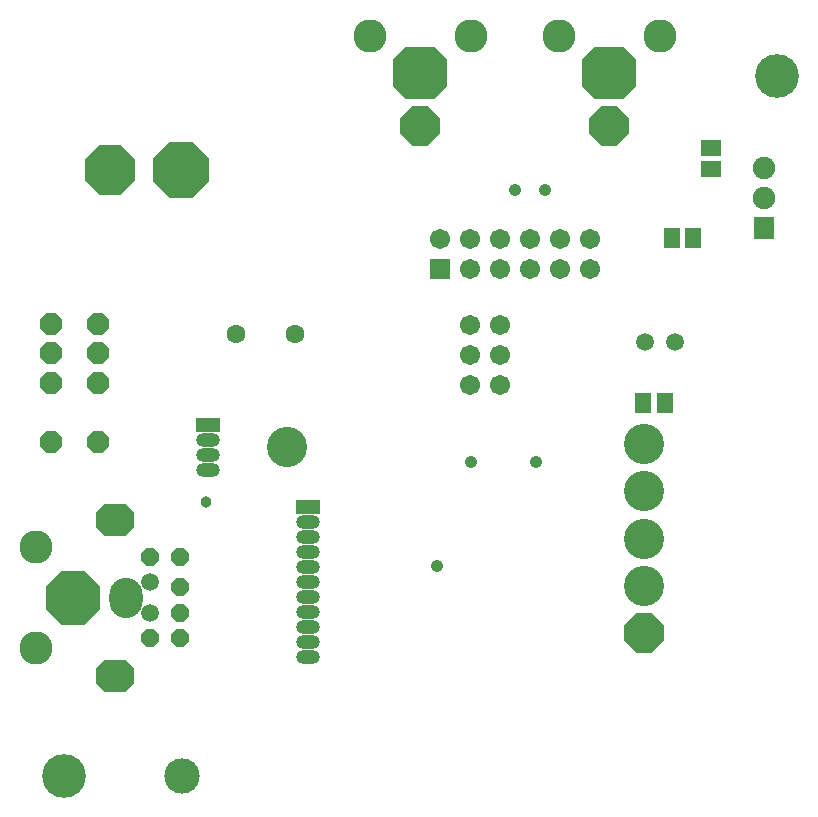
<source format=gbs>
G04 Layer_Color=5514966*
%FSLAX24Y24*%
%MOIN*%
G70*
G01*
G75*
%ADD54R,0.0533X0.0651*%
%ADD55P,0.1408X8X112.5*%
%ADD56C,0.1340*%
%ADD57C,0.0671*%
%ADD58P,0.1408X8X202.5*%
G04:AMPARAMS|DCode=59|XSize=173.4mil|YSize=181.2mil|CornerRadius=0mil|HoleSize=0mil|Usage=FLASHONLY|Rotation=90.000|XOffset=0mil|YOffset=0mil|HoleType=Round|Shape=Octagon|*
%AMOCTAGOND59*
4,1,8,-0.0906,-0.0433,-0.0906,0.0433,-0.0473,0.0867,0.0473,0.0867,0.0906,0.0433,0.0906,-0.0433,0.0473,-0.0867,-0.0473,-0.0867,-0.0906,-0.0433,0.0*
%
%ADD59OCTAGOND59*%

%ADD60C,0.1104*%
%ADD61O,0.1104X0.1340*%
%ADD62P,0.1962X8X202.5*%
%ADD63C,0.1458*%
%ADD64C,0.1182*%
%ADD65C,0.0749*%
%ADD66R,0.0710X0.0749*%
%ADD67C,0.0592*%
G04:AMPARAMS|DCode=68|XSize=106.4mil|YSize=126.1mil|CornerRadius=0mil|HoleSize=0mil|Usage=FLASHONLY|Rotation=270.000|XOffset=0mil|YOffset=0mil|HoleType=Round|Shape=Octagon|*
%AMOCTAGOND68*
4,1,8,0.0631,0.0266,0.0631,-0.0266,0.0364,-0.0532,-0.0364,-0.0532,-0.0631,-0.0266,-0.0631,0.0266,-0.0364,0.0532,0.0364,0.0532,0.0631,0.0266,0.0*
%
%ADD68OCTAGOND68*%

%ADD69P,0.0641X8X112.5*%
%ADD70C,0.0631*%
%ADD71R,0.0789X0.0474*%
%ADD72O,0.0789X0.0474*%
%ADD73P,0.2004X8X22.5*%
%ADD74P,0.1791X8X22.5*%
%ADD75R,0.0671X0.0671*%
%ADD76P,0.0768X8X292.5*%
%ADD77C,0.0420*%
%ADD78C,0.0380*%
%ADD79R,0.0651X0.0533*%
D54*
X20896Y-12900D02*
D03*
X21604D02*
D03*
X22554Y-7400D02*
D03*
X21846D02*
D03*
D55*
X20906Y-20551D02*
D03*
D56*
Y-18976D02*
D03*
Y-17402D02*
D03*
Y-15827D02*
D03*
Y-14252D02*
D03*
X9000Y-14350D02*
D03*
D57*
X16100Y-11300D02*
D03*
Y-10300D02*
D03*
Y-12300D02*
D03*
X15099Y-11300D02*
D03*
X15099Y-12300D02*
D03*
X15099Y-10300D02*
D03*
X19114Y-7402D02*
D03*
Y-8402D02*
D03*
X18114Y-7402D02*
D03*
Y-8402D02*
D03*
X17114Y-7402D02*
D03*
Y-8402D02*
D03*
X16114Y-7402D02*
D03*
Y-8402D02*
D03*
X15114Y-7402D02*
D03*
Y-8402D02*
D03*
X14114Y-7402D02*
D03*
D58*
X19764Y-3661D02*
D03*
X13465D02*
D03*
D59*
X19764Y-1890D02*
D03*
X13465D02*
D03*
D60*
X21437Y-650D02*
D03*
X18091D02*
D03*
X15138D02*
D03*
X11791D02*
D03*
X650Y-17697D02*
D03*
Y-21043D02*
D03*
D61*
X3661Y-19370D02*
D03*
D62*
X1890D02*
D03*
D63*
X25335Y-1969D02*
D03*
X1575Y-25307D02*
D03*
D64*
X5512D02*
D03*
D65*
X24921Y-5063D02*
D03*
Y-6063D02*
D03*
D66*
Y-7063D02*
D03*
D67*
X4449Y-19882D02*
D03*
Y-18858D02*
D03*
X20961Y-10850D02*
D03*
X21946D02*
D03*
D68*
X3268Y-16772D02*
D03*
Y-21969D02*
D03*
D69*
X5433Y-19882D02*
D03*
Y-20709D02*
D03*
Y-18032D02*
D03*
Y-19016D02*
D03*
X4449Y-18032D02*
D03*
Y-20709D02*
D03*
D70*
X9284Y-10591D02*
D03*
X7316D02*
D03*
D71*
X9700Y-16350D02*
D03*
X6378Y-13622D02*
D03*
D72*
X9700Y-16850D02*
D03*
Y-17350D02*
D03*
Y-17850D02*
D03*
Y-18350D02*
D03*
Y-18850D02*
D03*
Y-19350D02*
D03*
Y-19850D02*
D03*
Y-20350D02*
D03*
Y-20850D02*
D03*
Y-21350D02*
D03*
X6378Y-14122D02*
D03*
Y-14622D02*
D03*
Y-15122D02*
D03*
D73*
X5472Y-5118D02*
D03*
D74*
X3110D02*
D03*
D75*
X14114Y-8402D02*
D03*
D76*
X1142Y-10236D02*
D03*
Y-11220D02*
D03*
Y-12205D02*
D03*
Y-14173D02*
D03*
X2717Y-10236D02*
D03*
Y-11220D02*
D03*
Y-12205D02*
D03*
Y-14173D02*
D03*
D77*
X16600Y-5800D02*
D03*
X17600D02*
D03*
X17300Y-14848D02*
D03*
X15150Y-14850D02*
D03*
X14000Y-18307D02*
D03*
D78*
X6300Y-16200D02*
D03*
D79*
X23151Y-5079D02*
D03*
Y-4370D02*
D03*
M02*

</source>
